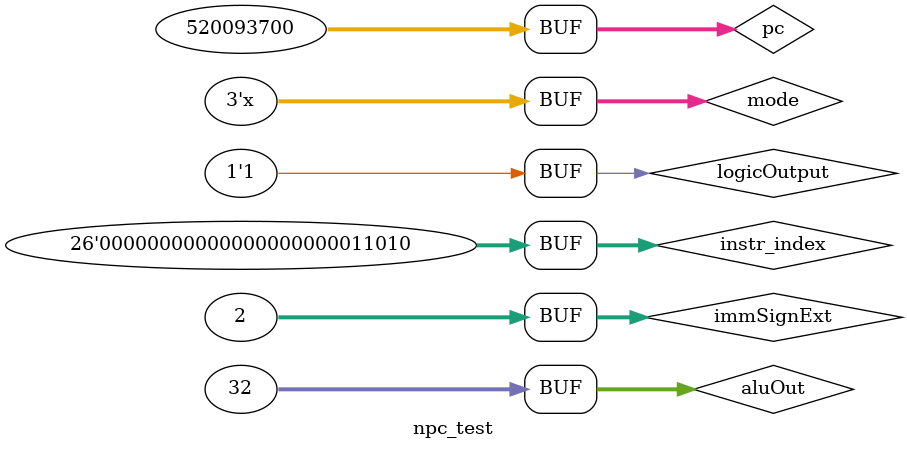
<source format=v>
`timescale 1ns / 1ps


module npc_test;

	// Inputs
	reg logicOutput;
	reg [2:0] mode;
	reg [31:0] pc;
	reg [31:0] immSignExt;
	reg [25:0] instr_index;
	reg [31:0] aluOut;

	// Outputs
	wire [31:0] npc;

	// Instantiate the Unit Under Test (UUT)
	npc uut (
		.logicOutput(logicOutput), 
		.mode(mode), 
		.pc(pc), 
		.immSignExt(immSignExt), 
		.instr_index(instr_index), 
		.aluOut(aluOut), 
		.npc(npc)
	);

	initial begin
		// Initialize Inputs
		logicOutput = 0;
		mode = 0;
		pc = 32'h1f000004;
		immSignExt = 2;
		instr_index = 26;
		aluOut = 32;

		#30 logicOutput = 1;

	end
	
	always #20 mode = mode + 1;
      
endmodule


</source>
